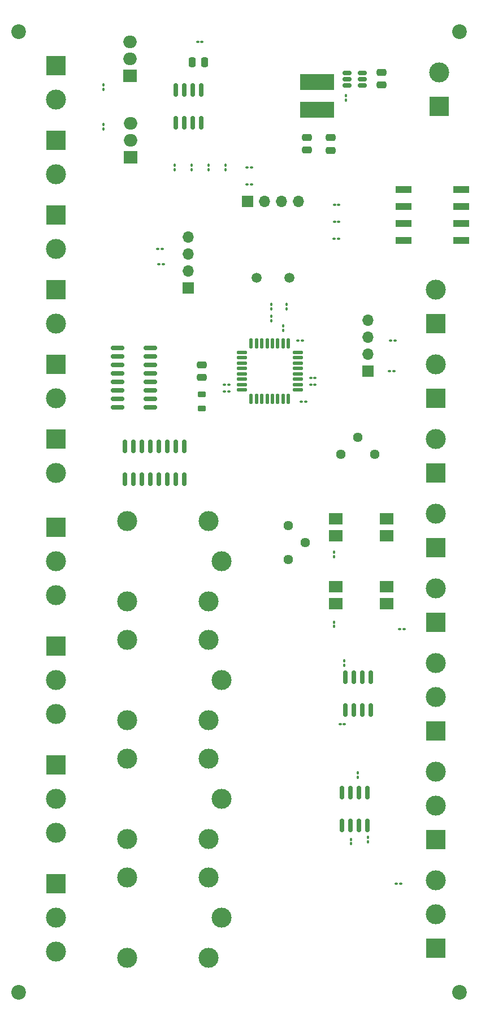
<source format=gbr>
%TF.GenerationSoftware,KiCad,Pcbnew,(6.0.5)*%
%TF.CreationDate,2022-07-22T19:12:55-04:00*%
%TF.ProjectId,LIFFY_KICAD,4c494646-595f-44b4-9943-41442e6b6963,rev?*%
%TF.SameCoordinates,Original*%
%TF.FileFunction,Soldermask,Top*%
%TF.FilePolarity,Negative*%
%FSLAX46Y46*%
G04 Gerber Fmt 4.6, Leading zero omitted, Abs format (unit mm)*
G04 Created by KiCad (PCBNEW (6.0.5)) date 2022-07-22 19:12:55*
%MOMM*%
%LPD*%
G01*
G04 APERTURE LIST*
G04 Aperture macros list*
%AMRoundRect*
0 Rectangle with rounded corners*
0 $1 Rounding radius*
0 $2 $3 $4 $5 $6 $7 $8 $9 X,Y pos of 4 corners*
0 Add a 4 corners polygon primitive as box body*
4,1,4,$2,$3,$4,$5,$6,$7,$8,$9,$2,$3,0*
0 Add four circle primitives for the rounded corners*
1,1,$1+$1,$2,$3*
1,1,$1+$1,$4,$5*
1,1,$1+$1,$6,$7*
1,1,$1+$1,$8,$9*
0 Add four rect primitives between the rounded corners*
20,1,$1+$1,$2,$3,$4,$5,0*
20,1,$1+$1,$4,$5,$6,$7,0*
20,1,$1+$1,$6,$7,$8,$9,0*
20,1,$1+$1,$8,$9,$2,$3,0*%
G04 Aperture macros list end*
%ADD10R,3.000000X3.000000*%
%ADD11C,3.000000*%
%ADD12RoundRect,0.150000X0.150000X-0.825000X0.150000X0.825000X-0.150000X0.825000X-0.150000X-0.825000X0*%
%ADD13C,1.440000*%
%ADD14R,2.000000X1.780000*%
%ADD15RoundRect,0.100000X0.100000X-0.130000X0.100000X0.130000X-0.100000X0.130000X-0.100000X-0.130000X0*%
%ADD16RoundRect,0.100000X-0.130000X-0.100000X0.130000X-0.100000X0.130000X0.100000X-0.130000X0.100000X0*%
%ADD17RoundRect,0.150000X0.512500X0.150000X-0.512500X0.150000X-0.512500X-0.150000X0.512500X-0.150000X0*%
%ADD18R,2.000000X1.905000*%
%ADD19O,2.000000X1.905000*%
%ADD20RoundRect,0.250000X-0.475000X0.250000X-0.475000X-0.250000X0.475000X-0.250000X0.475000X0.250000X0*%
%ADD21RoundRect,0.100000X0.130000X0.100000X-0.130000X0.100000X-0.130000X-0.100000X0.130000X-0.100000X0*%
%ADD22RoundRect,0.150000X-0.150000X0.825000X-0.150000X-0.825000X0.150000X-0.825000X0.150000X0.825000X0*%
%ADD23RoundRect,0.250000X-0.250000X-0.475000X0.250000X-0.475000X0.250000X0.475000X-0.250000X0.475000X0*%
%ADD24C,2.200000*%
%ADD25R,1.700000X1.700000*%
%ADD26O,1.700000X1.700000*%
%ADD27RoundRect,0.100000X-0.100000X0.130000X-0.100000X-0.130000X0.100000X-0.130000X0.100000X0.130000X0*%
%ADD28RoundRect,0.150000X0.825000X0.150000X-0.825000X0.150000X-0.825000X-0.150000X0.825000X-0.150000X0*%
%ADD29R,5.100000X2.350000*%
%ADD30RoundRect,0.250000X0.475000X-0.250000X0.475000X0.250000X-0.475000X0.250000X-0.475000X-0.250000X0*%
%ADD31C,1.500000*%
%ADD32R,2.440000X1.120000*%
%ADD33RoundRect,0.218750X-0.381250X0.218750X-0.381250X-0.218750X0.381250X-0.218750X0.381250X0.218750X0*%
%ADD34RoundRect,0.125000X-0.625000X-0.125000X0.625000X-0.125000X0.625000X0.125000X-0.625000X0.125000X0*%
%ADD35RoundRect,0.125000X-0.125000X-0.625000X0.125000X-0.625000X0.125000X0.625000X-0.125000X0.625000X0*%
G04 APERTURE END LIST*
D10*
%TO.C,J20*%
X64516000Y-117856000D03*
D11*
X64516000Y-122936000D03*
X64516000Y-128016000D03*
%TD*%
D12*
%TO.C,U2*%
X107823000Y-127443000D03*
X109093000Y-127443000D03*
X110363000Y-127443000D03*
X111633000Y-127443000D03*
X111633000Y-122493000D03*
X110363000Y-122493000D03*
X109093000Y-122493000D03*
X107823000Y-122493000D03*
%TD*%
D13*
%TO.C,RV2*%
X99314000Y-99822000D03*
X101854000Y-102362000D03*
X99314000Y-104902000D03*
%TD*%
D10*
%TO.C,J12*%
X64516000Y-64516000D03*
D11*
X64516000Y-69596000D03*
%TD*%
D14*
%TO.C,U3*%
X114046000Y-101346000D03*
X114046000Y-98806000D03*
X106426000Y-98806000D03*
X106426000Y-101346000D03*
%TD*%
D13*
%TO.C,RV1*%
X107178000Y-89159000D03*
X109718000Y-86619000D03*
X112258000Y-89159000D03*
%TD*%
D15*
%TO.C,R17*%
X71628000Y-40452000D03*
X71628000Y-39812000D03*
%TD*%
D16*
%TO.C,R3*%
X106197000Y-51816000D03*
X106837000Y-51816000D03*
%TD*%
D17*
%TO.C,U7*%
X110357500Y-33970000D03*
X110357500Y-33020000D03*
X110357500Y-32070000D03*
X108082500Y-32070000D03*
X108082500Y-33020000D03*
X108082500Y-33970000D03*
%TD*%
D18*
%TO.C,Q2*%
X75692000Y-44704000D03*
D19*
X75692000Y-42164000D03*
X75692000Y-39624000D03*
%TD*%
D20*
%TO.C,C17*%
X105664000Y-41788000D03*
X105664000Y-43688000D03*
%TD*%
D15*
%TO.C,R11*%
X106172000Y-114940000D03*
X106172000Y-114300000D03*
%TD*%
D10*
%TO.C,J10*%
X64516000Y-86868000D03*
D11*
X64516000Y-91948000D03*
%TD*%
D21*
%TO.C,R4*%
X116652000Y-115316000D03*
X116012000Y-115316000D03*
%TD*%
D22*
%TO.C,U8*%
X83693000Y-87949000D03*
X82423000Y-87949000D03*
X81153000Y-87949000D03*
X79883000Y-87949000D03*
X78613000Y-87949000D03*
X77343000Y-87949000D03*
X76073000Y-87949000D03*
X74803000Y-87949000D03*
X74803000Y-92899000D03*
X76073000Y-92899000D03*
X77343000Y-92899000D03*
X78613000Y-92899000D03*
X79883000Y-92899000D03*
X81153000Y-92899000D03*
X82423000Y-92899000D03*
X83693000Y-92899000D03*
%TD*%
D16*
%TO.C,R2*%
X106197000Y-54356000D03*
X106837000Y-54356000D03*
%TD*%
D23*
%TO.C,C8*%
X84902000Y-30480000D03*
X86802000Y-30480000D03*
%TD*%
D11*
%TO.C,K1*%
X89330000Y-158496000D03*
X75130000Y-164496000D03*
X75130000Y-152496000D03*
X87330000Y-152496000D03*
X87330000Y-164496000D03*
%TD*%
D10*
%TO.C,J1*%
X121920000Y-37084000D03*
D11*
X121920000Y-32004000D03*
%TD*%
D16*
%TO.C,C5*%
X101280000Y-81280000D03*
X101920000Y-81280000D03*
%TD*%
%TO.C,R21*%
X114651000Y-72136000D03*
X115291000Y-72136000D03*
%TD*%
%TO.C,R22*%
X93152000Y-46228000D03*
X93792000Y-46228000D03*
%TD*%
D15*
%TO.C,R6*%
X109728000Y-137480000D03*
X109728000Y-136840000D03*
%TD*%
D10*
%TO.C,J17*%
X64516000Y-53340000D03*
D11*
X64516000Y-58420000D03*
%TD*%
D24*
%TO.C,HOLE4*%
X58928000Y-25908000D03*
%TD*%
D10*
%TO.C,J5*%
X121412000Y-163068000D03*
D11*
X121412000Y-157988000D03*
X121412000Y-152908000D03*
%TD*%
D16*
%TO.C,R1*%
X106172000Y-56896000D03*
X106812000Y-56896000D03*
%TD*%
D10*
%TO.C,J18*%
X64516000Y-153416000D03*
D11*
X64516000Y-158496000D03*
X64516000Y-163576000D03*
%TD*%
D24*
%TO.C,HOLE3*%
X124968000Y-25908000D03*
%TD*%
D20*
%TO.C,C16*%
X102108000Y-41722000D03*
X102108000Y-43622000D03*
%TD*%
D25*
%TO.C,J15*%
X111252000Y-76708000D03*
D26*
X111252000Y-74168000D03*
X111252000Y-71628000D03*
X111252000Y-69088000D03*
%TD*%
D10*
%TO.C,J3*%
X121412000Y-146812000D03*
D11*
X121412000Y-141732000D03*
X121412000Y-136652000D03*
%TD*%
D27*
%TO.C,R7*%
X96774000Y-68514000D03*
X96774000Y-69154000D03*
%TD*%
D21*
%TO.C,R5*%
X116144000Y-153416000D03*
X115504000Y-153416000D03*
%TD*%
D10*
%TO.C,J8*%
X121412000Y-69596000D03*
D11*
X121412000Y-64516000D03*
%TD*%
D16*
%TO.C,R20*%
X93152000Y-48768000D03*
X93792000Y-48768000D03*
%TD*%
D27*
%TO.C,C18*%
X111252000Y-146492000D03*
X111252000Y-147132000D03*
%TD*%
D25*
%TO.C,J21*%
X84328000Y-64252000D03*
D26*
X84328000Y-61712000D03*
X84328000Y-59172000D03*
X84328000Y-56632000D03*
%TD*%
D28*
%TO.C,U6*%
X78675000Y-82169000D03*
X78675000Y-80899000D03*
X78675000Y-79629000D03*
X78675000Y-78359000D03*
X78675000Y-77089000D03*
X78675000Y-75819000D03*
X78675000Y-74549000D03*
X78675000Y-73279000D03*
X73725000Y-73279000D03*
X73725000Y-74549000D03*
X73725000Y-75819000D03*
X73725000Y-77089000D03*
X73725000Y-78359000D03*
X73725000Y-79629000D03*
X73725000Y-80899000D03*
X73725000Y-82169000D03*
%TD*%
D11*
%TO.C,K4*%
X89330000Y-105156000D03*
X75130000Y-111156000D03*
X75130000Y-99156000D03*
X87330000Y-99156000D03*
X87330000Y-111156000D03*
%TD*%
D16*
%TO.C,C3*%
X102641000Y-78740000D03*
X103281000Y-78740000D03*
%TD*%
D15*
%TO.C,C10*%
X98552000Y-70612000D03*
X98552000Y-69972000D03*
%TD*%
D25*
%TO.C,J16*%
X93228000Y-51308000D03*
D26*
X95768000Y-51308000D03*
X98308000Y-51308000D03*
X100848000Y-51308000D03*
%TD*%
D22*
%TO.C,U1*%
X111125000Y-139765000D03*
X109855000Y-139765000D03*
X108585000Y-139765000D03*
X107315000Y-139765000D03*
X107315000Y-144715000D03*
X108585000Y-144715000D03*
X109855000Y-144715000D03*
X111125000Y-144715000D03*
%TD*%
D29*
%TO.C,L1*%
X103632000Y-33485000D03*
X103632000Y-37635000D03*
%TD*%
D30*
%TO.C,RV3*%
X86360000Y-77658000D03*
X86360000Y-75758000D03*
%TD*%
D21*
%TO.C,R10*%
X107696000Y-129540000D03*
X107056000Y-129540000D03*
%TD*%
D15*
%TO.C,R14*%
X89916000Y-46548000D03*
X89916000Y-45908000D03*
%TD*%
D27*
%TO.C,C2*%
X96774000Y-66736000D03*
X96774000Y-67376000D03*
%TD*%
D24*
%TO.C,HOLE2*%
X124968000Y-169672000D03*
%TD*%
D15*
%TO.C,R13*%
X84836000Y-46548000D03*
X84836000Y-45908000D03*
%TD*%
D22*
%TO.C,U4*%
X86233000Y-34609000D03*
X84963000Y-34609000D03*
X83693000Y-34609000D03*
X82423000Y-34609000D03*
X82423000Y-39559000D03*
X83693000Y-39559000D03*
X84963000Y-39559000D03*
X86233000Y-39559000D03*
%TD*%
D15*
%TO.C,C1*%
X99060000Y-67376000D03*
X99060000Y-66736000D03*
%TD*%
D10*
%TO.C,J9*%
X121412000Y-103124000D03*
D11*
X121412000Y-98044000D03*
%TD*%
D16*
%TO.C,C4*%
X102641000Y-77724000D03*
X103281000Y-77724000D03*
%TD*%
%TO.C,C9*%
X85720000Y-27432000D03*
X86360000Y-27432000D03*
%TD*%
D27*
%TO.C,C15*%
X107950000Y-35494000D03*
X107950000Y-36134000D03*
%TD*%
D15*
%TO.C,R18*%
X106172000Y-104460000D03*
X106172000Y-103820000D03*
%TD*%
D16*
%TO.C,R23*%
X79944000Y-60706000D03*
X80584000Y-60706000D03*
%TD*%
%TO.C,C7*%
X89759000Y-79756000D03*
X90399000Y-79756000D03*
%TD*%
%TO.C,R19*%
X114488000Y-76708000D03*
X115128000Y-76708000D03*
%TD*%
D20*
%TO.C,C14*%
X113284000Y-32004000D03*
X113284000Y-33904000D03*
%TD*%
D10*
%TO.C,J4*%
X121412000Y-114300000D03*
D11*
X121412000Y-109220000D03*
%TD*%
D10*
%TO.C,J11*%
X64516000Y-75692000D03*
D11*
X64516000Y-80772000D03*
%TD*%
D31*
%TO.C,Y1*%
X94578000Y-62738000D03*
X99458000Y-62738000D03*
%TD*%
D15*
%TO.C,R12*%
X82296000Y-46548000D03*
X82296000Y-45908000D03*
%TD*%
D10*
%TO.C,J14*%
X121412000Y-80772000D03*
D11*
X121412000Y-75692000D03*
%TD*%
D27*
%TO.C,R9*%
X108712000Y-146812000D03*
X108712000Y-147452000D03*
%TD*%
D16*
%TO.C,C11*%
X100772000Y-72136000D03*
X101412000Y-72136000D03*
%TD*%
%TO.C,C6*%
X89759000Y-78740000D03*
X90399000Y-78740000D03*
%TD*%
D14*
%TO.C,U5*%
X114046000Y-111506000D03*
X114046000Y-108966000D03*
X106426000Y-108966000D03*
X106426000Y-111506000D03*
%TD*%
D10*
%TO.C,J2*%
X121412000Y-130556000D03*
D11*
X121412000Y-125476000D03*
X121412000Y-120396000D03*
%TD*%
%TO.C,K3*%
X89330000Y-122936000D03*
X75130000Y-128936000D03*
X75130000Y-116936000D03*
X87330000Y-116936000D03*
X87330000Y-128936000D03*
%TD*%
D16*
%TO.C,R24*%
X79756000Y-58420000D03*
X80396000Y-58420000D03*
%TD*%
D10*
%TO.C,J19*%
X64516000Y-135636000D03*
D11*
X64516000Y-140716000D03*
X64516000Y-145796000D03*
%TD*%
D24*
%TO.C,HOLE1*%
X58928000Y-169672000D03*
%TD*%
D15*
%TO.C,C19*%
X107696000Y-120716000D03*
X107696000Y-120076000D03*
%TD*%
%TO.C,R15*%
X87376000Y-46548000D03*
X87376000Y-45908000D03*
%TD*%
D32*
%TO.C,SW1*%
X125209000Y-57150000D03*
X125209000Y-54610000D03*
X125209000Y-52070000D03*
X125209000Y-49530000D03*
X116599000Y-49530000D03*
X116599000Y-52070000D03*
X116599000Y-54610000D03*
X116599000Y-57150000D03*
%TD*%
D18*
%TO.C,Q1*%
X75621000Y-32512000D03*
D19*
X75621000Y-29972000D03*
X75621000Y-27432000D03*
%TD*%
D33*
%TO.C,L2*%
X86360000Y-80217500D03*
X86360000Y-82342500D03*
%TD*%
D10*
%TO.C,J22*%
X64516000Y-100076000D03*
D11*
X64516000Y-105156000D03*
X64516000Y-110236000D03*
%TD*%
D10*
%TO.C,J7*%
X64516000Y-42164000D03*
D11*
X64516000Y-47244000D03*
%TD*%
%TO.C,K2*%
X89330000Y-140716000D03*
X75130000Y-146716000D03*
X75130000Y-134716000D03*
X87330000Y-134716000D03*
X87330000Y-146716000D03*
%TD*%
D34*
%TO.C,IC1*%
X92345000Y-73908000D03*
X92345000Y-74708000D03*
X92345000Y-75508000D03*
X92345000Y-76308000D03*
X92345000Y-77108000D03*
X92345000Y-77908000D03*
X92345000Y-78708000D03*
X92345000Y-79508000D03*
D35*
X93720000Y-80883000D03*
X94520000Y-80883000D03*
X95320000Y-80883000D03*
X96120000Y-80883000D03*
X96920000Y-80883000D03*
X97720000Y-80883000D03*
X98520000Y-80883000D03*
X99320000Y-80883000D03*
D34*
X100695000Y-79508000D03*
X100695000Y-78708000D03*
X100695000Y-77908000D03*
X100695000Y-77108000D03*
X100695000Y-76308000D03*
X100695000Y-75508000D03*
X100695000Y-74708000D03*
X100695000Y-73908000D03*
D35*
X99320000Y-72533000D03*
X98520000Y-72533000D03*
X97720000Y-72533000D03*
X96920000Y-72533000D03*
X96120000Y-72533000D03*
X95320000Y-72533000D03*
X94520000Y-72533000D03*
X93720000Y-72533000D03*
%TD*%
D10*
%TO.C,J13*%
X64516000Y-30988000D03*
D11*
X64516000Y-36068000D03*
%TD*%
D15*
%TO.C,R16*%
X71628000Y-34519000D03*
X71628000Y-33879000D03*
%TD*%
D10*
%TO.C,J6*%
X121412000Y-91948000D03*
D11*
X121412000Y-86868000D03*
%TD*%
M02*

</source>
